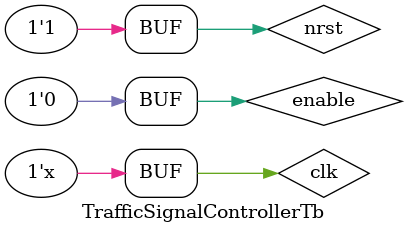
<source format=v>
`timescale 1ns / 1ps

module TrafficSignalControllerTb;
    // input
    reg    clk;
    reg    nrst;
    reg    enable;
    // output
    wire    [2:0]    traffic_light;
    wire    [1:0]    walk_light;
    
    TrafficSignalController inst1(
        .clk(clk),
        .nrst(nrst),
        .enable(enable),
        .traffic_light(traffic_light),
        .walk_light(walk_light)
    );
    // clock generation
    always  #20 begin
        clk =   ~clk;
    end
    
    // testbench
    initial begin
        clk     =   1'b0;
        enable  =   1'b0;
        nrst    =   1'b1;
        
        #40 nrst    =   1'b0;
        #40 nrst    =   1'b1;
                 
        #40 enable  =   1'b1;
        #40 enable  =   1'b0;
    end

endmodule

</source>
